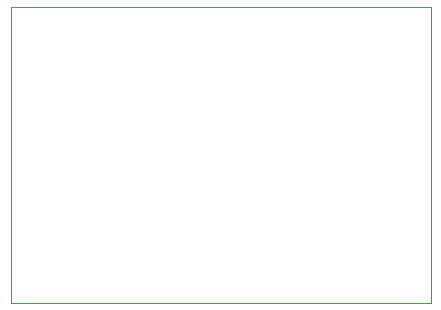
<source format=gbr>
G04 EAGLE Gerber RS-274X export*
G75*
%MOMM*%
%FSLAX34Y34*%
%LPD*%
%INProfile*%
%IPPOS*%
%AMOC8*
5,1,8,0,0,1.08239X$1,22.5*%
G01*
%ADD10C,0.000000*%


D10*
X0Y0D02*
X355690Y0D01*
X355690Y250000D01*
X0Y250000D01*
X0Y0D01*
M02*

</source>
